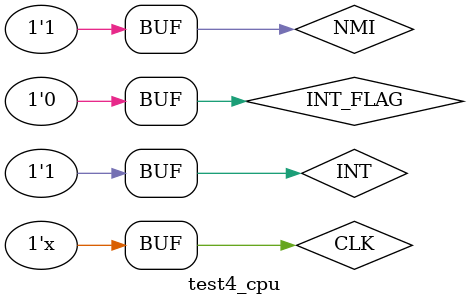
<source format=v>
`timescale 1ns / 1ps


module test4_cpu;
 
	// Inputs
	reg CLK;
	reg INT;
	reg NMI;
	reg INT_FLAG;

	// Instantiate the Unit Under Test (UUT)
	CPU uut (
		.CLK(CLK), 
		.INT(INT), 
		.NMI(NMI), 
		.INT_FLAG(INT_FLAG)
	);

	initial begin
		// Initialize Inputs
		CLK = 0;
		INT = 0;
		NMI = 0;
		INT_FLAG = 0;

		// Wait 100 ns for global reset to finish
		#100;
		NMI = 1;
		INT = 1;
        
		// Add stimulus here 

	end
   always
	#100 CLK=~CLK;
endmodule


</source>
